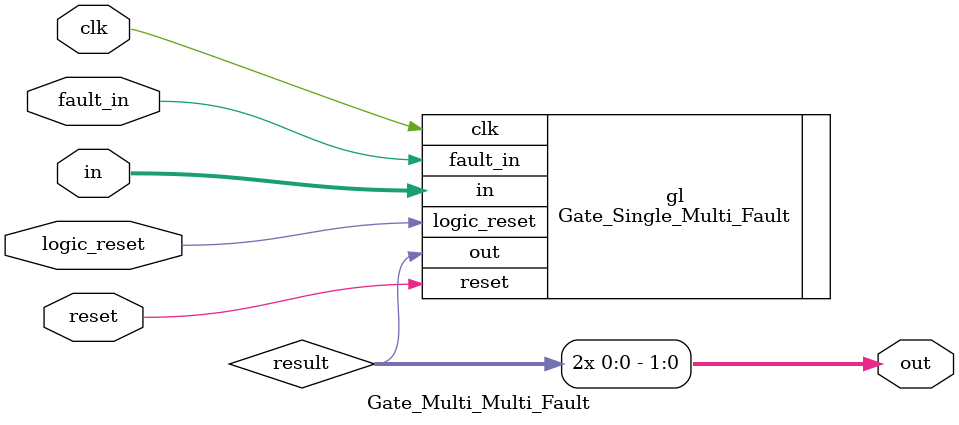
<source format=v>
module Gate_Multi_Multi_Fault #(
    parameter INPUT_COUNT = 2,
    parameter OUTPUT_COUNT = 2  
)(
    input wire clk,
    input wire reset,
    input wire logic_reset,       
    input wire [INPUT_COUNT-1:0] in, 
    input wire fault_in, 
    output wire [OUTPUT_COUNT-1:0] out
);

    wire result;

    assign out = {OUTPUT_COUNT{result}};

    Gate_Single_Multi_Fault gl (
        .clk(clk),
        .reset(reset),
        .logic_reset(logic_reset),
        .in(in),
        .fault_in(fault_in),
        .out(result)
    );

endmodule
</source>
